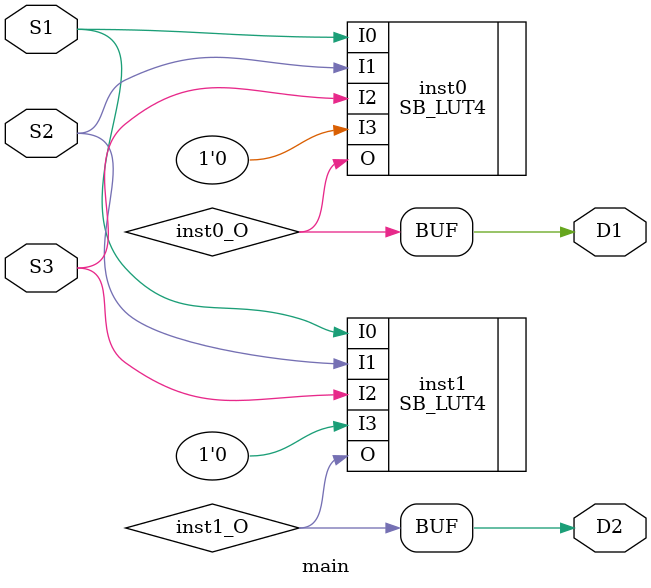
<source format=v>
module main (input  S1, input  S2, input  S3, output  D2, output  D1);
wire  inst0_O;
wire  inst1_O;
SB_LUT4 #(.LUT_INIT(16'h9696)) inst0 (.I0(S1), .I1(S2), .I2(S3), .I3(1'b0), .O(inst0_O));
SB_LUT4 #(.LUT_INIT(16'hE8E8)) inst1 (.I0(S1), .I1(S2), .I2(S3), .I3(1'b0), .O(inst1_O));
assign D2 = inst1_O;
assign D1 = inst0_O;
endmodule


</source>
